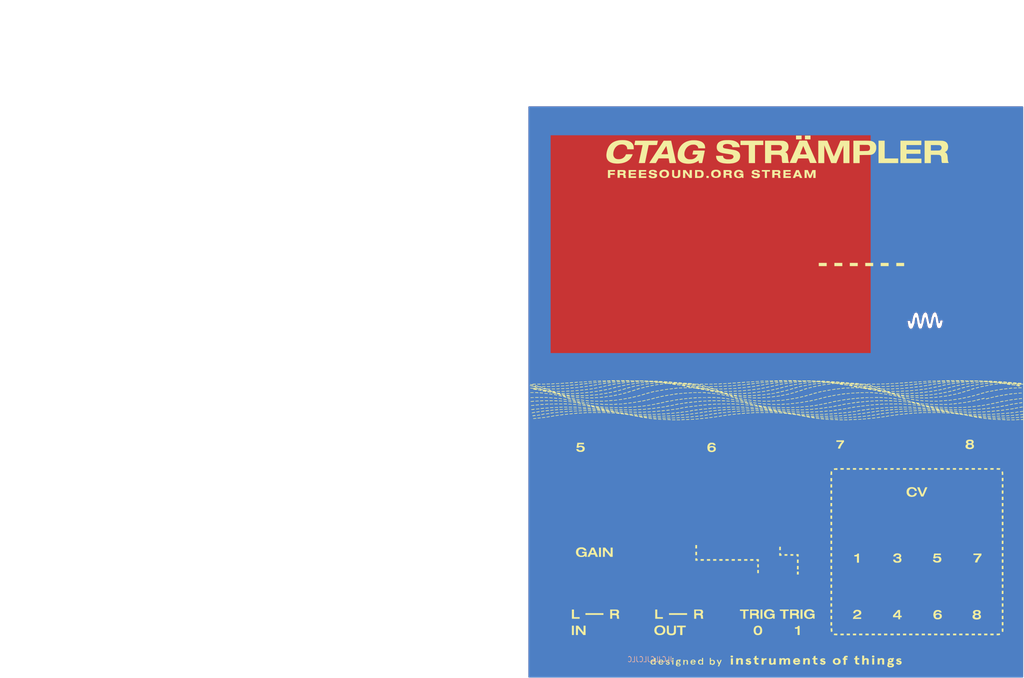
<source format=kicad_pcb>
(kicad_pcb (version 20171130) (host pcbnew "(5.1.0)-1")
  (title_block (title "ESP32 Eurorack Audio Module") (date 2019-03-27) (rev C) (company "(c) Robert Manzke 2019") (comment 1 https://creativecommons.org/licenses/by-nc-sa/4.0/) (comment 2 "Licensed under CC BY-NC-SA 4.0"))
  (layers (0 F.Cu signal) (1 In1.Cu signal) (2 In2.Cu signal) (31 B.Cu signal) (35 F.Paste user hide) (36 B.SilkS user) (37 F.SilkS user) (44 Edge.Cuts user))
  (net 0 "")
  (module specific:frontplate (layer F.Cu) (at 172.86 87.63)
    (fp_text reference G*** hide)
    (fp_text value LOGO hide)
  )
  (gr_poly (pts (xy 177.36 128.57) (xy 177.77 128.57) (xy 177.77 129.22) (xy 177.36 129.22)) (layer F.SilkS) (width 0.01))
  (gr_text JLCJLCJLCJLC (at 144.41 148.32) (layer B.SilkS) (effects (font (size 1.2 1)) (justify mirror)))
  (zone (net 0) (net_name "") (layers F&B.Cu) (connect_pads (clearance 0.254)) (min_thickness 0.254)
    (keepout (tracks not_allowed) (vias not_allowed) (copperpour not_allowed))
    (fill (arc_segments 32) (thermal_gap 0.508) (thermal_bridge_width 0.508))
    (polygon (pts (xy 202.24 72.14) (xy 202.34 72.74) (xy 202.44 73.34) (xy 202.64 73.74) (xy 202.84 73.94) (xy 203.04 73.94) (xy 203.34 73.84) (xy 203.54 73.44) (xy 203.84 72.64) (xy 203.94 71.74) (xy 204.16 70.99) (xy 204.36 71.89) (xy 204.44 72.54) (xy 204.64 73.44) (xy 204.84 73.84) (xy 205.14 73.94) (xy 205.44 73.84) (xy 205.64 73.34) (xy 205.84 72.64) (xy 206.04 71.74) (xy 206.26 70.98) (xy 206.56 72.44) (xy 206.74 73.34) (xy 206.94 73.74) (xy 207.04 73.84) (xy 207.34 73.84) (xy 207.44 73.84) (xy 207.74 73.54) (xy 208.04 72.14) (xy 208.34 70.94) (xy 208.54 71.54) (xy 208.64 72.34) (xy 208.84 73.34) (xy 209.04 73.74) (xy 209.34 73.84) (xy 209.64 73.74) (xy 209.94 73.24) (xy 210.14 72.24) (xy 210.14 72.14) (xy 210.14 72.04) (xy 209.84 72.04) (xy 209.64 72.04) (xy 209.34 73.14) (xy 209.04 71.34) (xy 208.74 70.44) (xy 208.54 70.24) (xy 208.24 70.24) (xy 207.94 70.54) (xy 207.64 71.44) (xy 207.34 72.94) (xy 207.24 73.14) (xy 206.94 71.74) (xy 206.74 70.74) (xy 206.54 70.34) (xy 206.24 70.24) (xy 205.92 70.42) (xy 205.64 70.94) (xy 205.44 71.84) (xy 205.24 73.04) (xy 205.14 73.14) (xy 204.74 71.14) (xy 204.57 70.55) (xy 204.355 70.33) (xy 204.165 70.27) (xy 203.84 70.4) (xy 203.52 71.12) (xy 203.24 72.44) (xy 203.04 73.24) (xy 202.84 72.14) (xy 202.44 72.14)))
  )
  (zone (net 0) (net_name "") (layer B.Cu) (connect_pads yes (clearance 0.254)) (min_thickness 0.254) (fill yes (arc_segments 32) (thermal_gap 0.508) (thermal_bridge_width 0.508))
    (polygon (pts (xy 116.95 23.9) (xy 228.25 23.9) (xy 228.25 152.4) (xy 116.95 152.4)))
  )
  (zone (net 0) (net_name "") (layer B.Cu) (connect_pads yes (clearance 0.254)) (min_thickness 0.254)
    (keepout (tracks not_allowed) (vias not_allowed) (copperpour not_allowed))
    (fill (arc_segments 32) (thermal_gap 0.508) (thermal_bridge_width 0.508))
    (polygon (pts (xy 121.95 30.4) (xy 121.95 79.4) (xy 193.95 79.4) (xy 193.95 30.4)))
  )
  (zone (net 0) (net_name "") (layer F.Cu) (connect_pads yes (clearance 0.254)) (min_thickness 0.254) (fill yes (arc_segments 32) (thermal_gap 0.508) (thermal_bridge_width 0.508))
    (polygon (pts (xy 116.95 23.9) (xy 116.95 152.4) (xy 228.25 152.4) (xy 228.25 23.9)))
  )
  (zone (net 0) (net_name "") (layers F&B.Cu) (connect_pads (clearance 0.254)) (min_thickness 0.254)
    (keepout (tracks not_allowed) (vias not_allowed) (copperpour not_allowed))
    (fill (arc_segments 32) (thermal_gap 0.508) (thermal_bridge_width 0.508))
    (polygon (pts (xy -1.93 1.87) (xy -1.83 2.47) (xy -1.73 3.07) (xy -1.53 3.47) (xy -1.33 3.67) (xy -1.13 3.67) (xy -0.83 3.57) (xy -0.63 3.17) (xy -0.33 2.37) (xy -0.23 1.47) (xy -0.01 0.72) (xy 0.19 1.62) (xy 0.27 2.27) (xy 0.47 3.17) (xy 0.67 3.57) (xy 0.97 3.67) (xy 1.27 3.57) (xy 1.47 3.07) (xy 1.67 2.37) (xy 1.87 1.47) (xy 2.09 0.71) (xy 2.39 2.17) (xy 2.57 3.07) (xy 2.77 3.47) (xy 2.87 3.57) (xy 3.17 3.57) (xy 3.27 3.57) (xy 3.57 3.27) (xy 3.87 1.87) (xy 4.17 0.67) (xy 4.37 1.27) (xy 4.47 2.07) (xy 4.67 3.07) (xy 4.87 3.47) (xy 5.17 3.57) (xy 5.47 3.47) (xy 5.77 2.97) (xy 5.97 1.97) (xy 5.97 1.87) (xy 5.97 1.77) (xy 5.67 1.77) (xy 5.47 1.77) (xy 5.17 2.87) (xy 4.87 1.07) (xy 4.57 0.17) (xy 4.37 -0.03) (xy 4.07 -0.03) (xy 3.77 0.27) (xy 3.47 1.17) (xy 3.17 2.67) (xy 3.07 2.87) (xy 2.77 1.47) (xy 2.57 0.47) (xy 2.37 0.07) (xy 2.07 -0.03) (xy 1.75 0.15) (xy 1.47 0.67) (xy 1.27 1.57) (xy 1.07 2.77) (xy 0.97 2.87) (xy 0.57 0.87) (xy 0.4 0.28) (xy 0.185 0.06) (xy -0.005 0) (xy -0.33 0.13) (xy -0.65 0.85) (xy -0.93 2.17) (xy -1.13 2.97) (xy -1.33 1.87) (xy -1.73 1.87)))
  )
)
</source>
